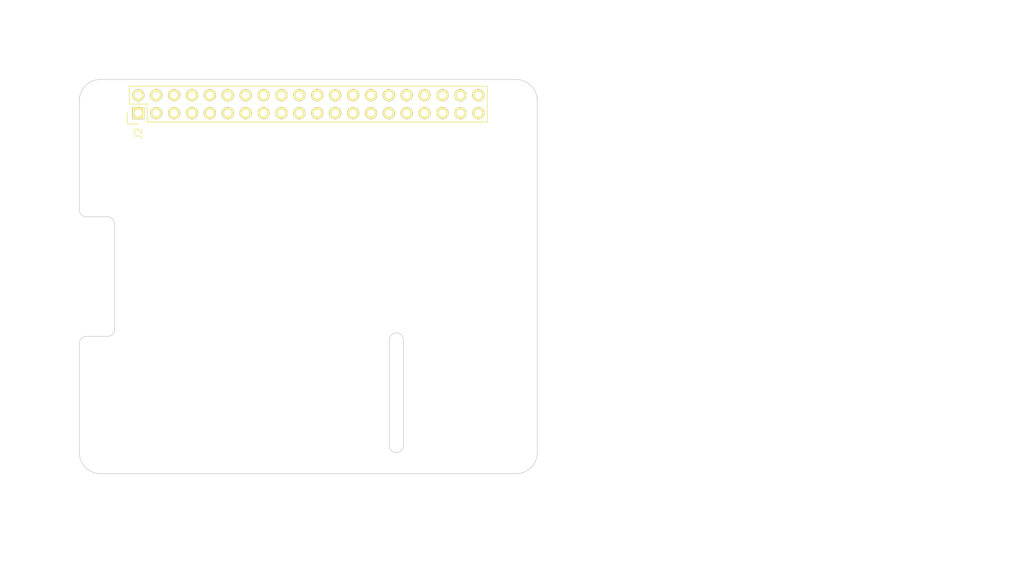
<source format=kicad_pcb>
(kicad_pcb (version 20171130) (host pcbnew "(5.1.4)-1")

  (general
    (thickness 1.6)
    (drawings 37)
    (tracks 0)
    (zones 0)
    (modules 5)
    (nets 41)
  )

  (page A4)
  (layers
    (0 F.Cu signal)
    (31 B.Cu signal)
    (32 B.Adhes user)
    (33 F.Adhes user)
    (34 B.Paste user)
    (35 F.Paste user)
    (36 B.SilkS user)
    (37 F.SilkS user)
    (38 B.Mask user)
    (39 F.Mask user)
    (40 Dwgs.User user)
    (41 Cmts.User user)
    (42 Eco1.User user)
    (43 Eco2.User user)
    (44 Edge.Cuts user)
    (45 Margin user)
    (46 B.CrtYd user)
    (47 F.CrtYd user)
    (48 B.Fab user)
    (49 F.Fab user)
  )

  (setup
    (last_trace_width 0.25)
    (user_trace_width 0.01)
    (user_trace_width 0.02)
    (user_trace_width 0.05)
    (user_trace_width 0.1)
    (user_trace_width 0.2)
    (trace_clearance 0.2)
    (zone_clearance 0.508)
    (zone_45_only no)
    (trace_min 0.01)
    (via_size 0.6)
    (via_drill 0.4)
    (via_min_size 0.4)
    (via_min_drill 0.3)
    (uvia_size 0.3)
    (uvia_drill 0.1)
    (uvias_allowed no)
    (uvia_min_size 0.2)
    (uvia_min_drill 0.1)
    (edge_width 0.1)
    (segment_width 0.2)
    (pcb_text_width 0.3)
    (pcb_text_size 1.5 1.5)
    (mod_edge_width 0.15)
    (mod_text_size 1 1)
    (mod_text_width 0.15)
    (pad_size 2.75 2.75)
    (pad_drill 2.75)
    (pad_to_mask_clearance 0)
    (aux_axis_origin 0 0)
    (visible_elements 7FFEFFFF)
    (pcbplotparams
      (layerselection 0x00030_80000001)
      (usegerberextensions false)
      (usegerberattributes false)
      (usegerberadvancedattributes false)
      (creategerberjobfile false)
      (excludeedgelayer true)
      (linewidth 0.100000)
      (plotframeref false)
      (viasonmask false)
      (mode 1)
      (useauxorigin false)
      (hpglpennumber 1)
      (hpglpenspeed 20)
      (hpglpendiameter 15.000000)
      (psnegative false)
      (psa4output false)
      (plotreference true)
      (plotvalue true)
      (plotinvisibletext false)
      (padsonsilk false)
      (subtractmaskfromsilk false)
      (outputformat 1)
      (mirror false)
      (drillshape 0)
      (scaleselection 1)
      (outputdirectory "meta/"))
  )

  (net 0 "")
  (net 1 "Net-(J2-Pad1)")
  (net 2 "Net-(J2-Pad2)")
  (net 3 "Net-(J2-Pad3)")
  (net 4 "Net-(J2-Pad4)")
  (net 5 "Net-(J2-Pad5)")
  (net 6 "Net-(J2-Pad6)")
  (net 7 "Net-(J2-Pad7)")
  (net 8 "Net-(J2-Pad8)")
  (net 9 "Net-(J2-Pad9)")
  (net 10 "Net-(J2-Pad10)")
  (net 11 "Net-(J2-Pad11)")
  (net 12 "Net-(J2-Pad12)")
  (net 13 "Net-(J2-Pad13)")
  (net 14 "Net-(J2-Pad14)")
  (net 15 "Net-(J2-Pad15)")
  (net 16 "Net-(J2-Pad16)")
  (net 17 "Net-(J2-Pad17)")
  (net 18 "Net-(J2-Pad18)")
  (net 19 "Net-(J2-Pad19)")
  (net 20 "Net-(J2-Pad20)")
  (net 21 "Net-(J2-Pad21)")
  (net 22 "Net-(J2-Pad22)")
  (net 23 "Net-(J2-Pad23)")
  (net 24 "Net-(J2-Pad24)")
  (net 25 "Net-(J2-Pad25)")
  (net 26 "Net-(J2-Pad26)")
  (net 27 "Net-(J2-Pad27)")
  (net 28 "Net-(J2-Pad28)")
  (net 29 "Net-(J2-Pad29)")
  (net 30 "Net-(J2-Pad30)")
  (net 31 "Net-(J2-Pad31)")
  (net 32 "Net-(J2-Pad32)")
  (net 33 "Net-(J2-Pad33)")
  (net 34 "Net-(J2-Pad34)")
  (net 35 "Net-(J2-Pad35)")
  (net 36 "Net-(J2-Pad36)")
  (net 37 "Net-(J2-Pad37)")
  (net 38 "Net-(J2-Pad38)")
  (net 39 "Net-(J2-Pad39)")
  (net 40 "Net-(J2-Pad40)")

  (net_class Default "This is the default net class."
    (clearance 0.2)
    (trace_width 0.25)
    (via_dia 0.6)
    (via_drill 0.4)
    (uvia_dia 0.3)
    (uvia_drill 0.1)
    (add_net "Net-(J2-Pad1)")
    (add_net "Net-(J2-Pad10)")
    (add_net "Net-(J2-Pad11)")
    (add_net "Net-(J2-Pad12)")
    (add_net "Net-(J2-Pad13)")
    (add_net "Net-(J2-Pad14)")
    (add_net "Net-(J2-Pad15)")
    (add_net "Net-(J2-Pad16)")
    (add_net "Net-(J2-Pad17)")
    (add_net "Net-(J2-Pad18)")
    (add_net "Net-(J2-Pad19)")
    (add_net "Net-(J2-Pad2)")
    (add_net "Net-(J2-Pad20)")
    (add_net "Net-(J2-Pad21)")
    (add_net "Net-(J2-Pad22)")
    (add_net "Net-(J2-Pad23)")
    (add_net "Net-(J2-Pad24)")
    (add_net "Net-(J2-Pad25)")
    (add_net "Net-(J2-Pad26)")
    (add_net "Net-(J2-Pad27)")
    (add_net "Net-(J2-Pad28)")
    (add_net "Net-(J2-Pad29)")
    (add_net "Net-(J2-Pad3)")
    (add_net "Net-(J2-Pad30)")
    (add_net "Net-(J2-Pad31)")
    (add_net "Net-(J2-Pad32)")
    (add_net "Net-(J2-Pad33)")
    (add_net "Net-(J2-Pad34)")
    (add_net "Net-(J2-Pad35)")
    (add_net "Net-(J2-Pad36)")
    (add_net "Net-(J2-Pad37)")
    (add_net "Net-(J2-Pad38)")
    (add_net "Net-(J2-Pad39)")
    (add_net "Net-(J2-Pad4)")
    (add_net "Net-(J2-Pad40)")
    (add_net "Net-(J2-Pad5)")
    (add_net "Net-(J2-Pad6)")
    (add_net "Net-(J2-Pad7)")
    (add_net "Net-(J2-Pad8)")
    (add_net "Net-(J2-Pad9)")
  )

  (module RPi_Hat:Pin_Header_Straight_2x20 locked (layer F.Cu) (tedit 551989BF) (tstamp 5516AEA0)
    (at 32.5 4 90)
    (descr "Through hole pin header")
    (tags "pin header")
    (path /5515D395/5516AE26)
    (fp_text reference J2 (at -4.191 -24.13 270) (layer F.SilkS)
      (effects (font (size 1 1) (thickness 0.15)))
    )
    (fp_text value RPi_GPIO (at -1.27 -27.23 90) (layer F.Fab)
      (effects (font (size 1 1) (thickness 0.15)))
    )
    (fp_line (start -3.02 -25.88) (end -3.02 25.92) (layer F.CrtYd) (width 0.05))
    (fp_line (start 3.03 -25.88) (end 3.03 25.92) (layer F.CrtYd) (width 0.05))
    (fp_line (start -3.02 -25.88) (end 3.03 -25.88) (layer F.CrtYd) (width 0.05))
    (fp_line (start -3.02 25.92) (end 3.03 25.92) (layer F.CrtYd) (width 0.05))
    (fp_line (start 2.54 25.4) (end 2.54 -25.4) (layer F.SilkS) (width 0.15))
    (fp_line (start -2.54 -22.86) (end -2.54 25.4) (layer F.SilkS) (width 0.15))
    (fp_line (start 2.54 25.4) (end -2.54 25.4) (layer F.SilkS) (width 0.15))
    (fp_line (start 2.54 -25.4) (end 0 -25.4) (layer F.SilkS) (width 0.15))
    (fp_line (start -1.27 -25.68) (end -2.82 -25.68) (layer F.SilkS) (width 0.15))
    (fp_line (start 0 -25.4) (end 0 -22.86) (layer F.SilkS) (width 0.15))
    (fp_line (start 0 -22.86) (end -2.54 -22.86) (layer F.SilkS) (width 0.15))
    (fp_line (start -2.82 -25.68) (end -2.82 -24.13) (layer F.SilkS) (width 0.15))
    (pad 1 thru_hole rect (at -1.27 -24.13 90) (size 1.7272 1.7272) (drill 1.016) (layers *.Cu *.Mask F.SilkS)
      (net 1 "Net-(J2-Pad1)"))
    (pad 2 thru_hole oval (at 1.27 -24.13 90) (size 1.7272 1.7272) (drill 1.016) (layers *.Cu *.Mask F.SilkS)
      (net 2 "Net-(J2-Pad2)"))
    (pad 3 thru_hole oval (at -1.27 -21.59 90) (size 1.7272 1.7272) (drill 1.016) (layers *.Cu *.Mask F.SilkS)
      (net 3 "Net-(J2-Pad3)"))
    (pad 4 thru_hole oval (at 1.27 -21.59 90) (size 1.7272 1.7272) (drill 1.016) (layers *.Cu *.Mask F.SilkS)
      (net 4 "Net-(J2-Pad4)"))
    (pad 5 thru_hole oval (at -1.27 -19.05 90) (size 1.7272 1.7272) (drill 1.016) (layers *.Cu *.Mask F.SilkS)
      (net 5 "Net-(J2-Pad5)"))
    (pad 6 thru_hole oval (at 1.27 -19.05 90) (size 1.7272 1.7272) (drill 1.016) (layers *.Cu *.Mask F.SilkS)
      (net 6 "Net-(J2-Pad6)"))
    (pad 7 thru_hole oval (at -1.27 -16.51 90) (size 1.7272 1.7272) (drill 1.016) (layers *.Cu *.Mask F.SilkS)
      (net 7 "Net-(J2-Pad7)"))
    (pad 8 thru_hole oval (at 1.27 -16.51 90) (size 1.7272 1.7272) (drill 1.016) (layers *.Cu *.Mask F.SilkS)
      (net 8 "Net-(J2-Pad8)"))
    (pad 9 thru_hole oval (at -1.27 -13.97 90) (size 1.7272 1.7272) (drill 1.016) (layers *.Cu *.Mask F.SilkS)
      (net 9 "Net-(J2-Pad9)"))
    (pad 10 thru_hole oval (at 1.27 -13.97 90) (size 1.7272 1.7272) (drill 1.016) (layers *.Cu *.Mask F.SilkS)
      (net 10 "Net-(J2-Pad10)"))
    (pad 11 thru_hole oval (at -1.27 -11.43 90) (size 1.7272 1.7272) (drill 1.016) (layers *.Cu *.Mask F.SilkS)
      (net 11 "Net-(J2-Pad11)"))
    (pad 12 thru_hole oval (at 1.27 -11.43 90) (size 1.7272 1.7272) (drill 1.016) (layers *.Cu *.Mask F.SilkS)
      (net 12 "Net-(J2-Pad12)"))
    (pad 13 thru_hole oval (at -1.27 -8.89 90) (size 1.7272 1.7272) (drill 1.016) (layers *.Cu *.Mask F.SilkS)
      (net 13 "Net-(J2-Pad13)"))
    (pad 14 thru_hole oval (at 1.27 -8.89 90) (size 1.7272 1.7272) (drill 1.016) (layers *.Cu *.Mask F.SilkS)
      (net 14 "Net-(J2-Pad14)"))
    (pad 15 thru_hole oval (at -1.27 -6.35 90) (size 1.7272 1.7272) (drill 1.016) (layers *.Cu *.Mask F.SilkS)
      (net 15 "Net-(J2-Pad15)"))
    (pad 16 thru_hole oval (at 1.27 -6.35 90) (size 1.7272 1.7272) (drill 1.016) (layers *.Cu *.Mask F.SilkS)
      (net 16 "Net-(J2-Pad16)"))
    (pad 17 thru_hole oval (at -1.27 -3.81 90) (size 1.7272 1.7272) (drill 1.016) (layers *.Cu *.Mask F.SilkS)
      (net 17 "Net-(J2-Pad17)"))
    (pad 18 thru_hole oval (at 1.27 -3.81 90) (size 1.7272 1.7272) (drill 1.016) (layers *.Cu *.Mask F.SilkS)
      (net 18 "Net-(J2-Pad18)"))
    (pad 19 thru_hole oval (at -1.27 -1.27 90) (size 1.7272 1.7272) (drill 1.016) (layers *.Cu *.Mask F.SilkS)
      (net 19 "Net-(J2-Pad19)"))
    (pad 20 thru_hole oval (at 1.27 -1.27 90) (size 1.7272 1.7272) (drill 1.016) (layers *.Cu *.Mask F.SilkS)
      (net 20 "Net-(J2-Pad20)"))
    (pad 21 thru_hole oval (at -1.27 1.27 90) (size 1.7272 1.7272) (drill 1.016) (layers *.Cu *.Mask F.SilkS)
      (net 21 "Net-(J2-Pad21)"))
    (pad 22 thru_hole oval (at 1.27 1.27 90) (size 1.7272 1.7272) (drill 1.016) (layers *.Cu *.Mask F.SilkS)
      (net 22 "Net-(J2-Pad22)"))
    (pad 23 thru_hole oval (at -1.27 3.81 90) (size 1.7272 1.7272) (drill 1.016) (layers *.Cu *.Mask F.SilkS)
      (net 23 "Net-(J2-Pad23)"))
    (pad 24 thru_hole oval (at 1.27 3.81 90) (size 1.7272 1.7272) (drill 1.016) (layers *.Cu *.Mask F.SilkS)
      (net 24 "Net-(J2-Pad24)"))
    (pad 25 thru_hole oval (at -1.27 6.35 90) (size 1.7272 1.7272) (drill 1.016) (layers *.Cu *.Mask F.SilkS)
      (net 25 "Net-(J2-Pad25)"))
    (pad 26 thru_hole oval (at 1.27 6.35 90) (size 1.7272 1.7272) (drill 1.016) (layers *.Cu *.Mask F.SilkS)
      (net 26 "Net-(J2-Pad26)"))
    (pad 27 thru_hole oval (at -1.27 8.89 90) (size 1.7272 1.7272) (drill 1.016) (layers *.Cu *.Mask F.SilkS)
      (net 27 "Net-(J2-Pad27)"))
    (pad 28 thru_hole oval (at 1.27 8.89 90) (size 1.7272 1.7272) (drill 1.016) (layers *.Cu *.Mask F.SilkS)
      (net 28 "Net-(J2-Pad28)"))
    (pad 29 thru_hole oval (at -1.27 11.43 90) (size 1.7272 1.7272) (drill 1.016) (layers *.Cu *.Mask F.SilkS)
      (net 29 "Net-(J2-Pad29)"))
    (pad 30 thru_hole oval (at 1.27 11.43 90) (size 1.7272 1.7272) (drill 1.016) (layers *.Cu *.Mask F.SilkS)
      (net 30 "Net-(J2-Pad30)"))
    (pad 31 thru_hole oval (at -1.27 13.97 90) (size 1.7272 1.7272) (drill 1.016) (layers *.Cu *.Mask F.SilkS)
      (net 31 "Net-(J2-Pad31)"))
    (pad 32 thru_hole oval (at 1.27 13.97 90) (size 1.7272 1.7272) (drill 1.016) (layers *.Cu *.Mask F.SilkS)
      (net 32 "Net-(J2-Pad32)"))
    (pad 33 thru_hole oval (at -1.27 16.51 90) (size 1.7272 1.7272) (drill 1.016) (layers *.Cu *.Mask F.SilkS)
      (net 33 "Net-(J2-Pad33)"))
    (pad 34 thru_hole oval (at 1.27 16.51 90) (size 1.7272 1.7272) (drill 1.016) (layers *.Cu *.Mask F.SilkS)
      (net 34 "Net-(J2-Pad34)"))
    (pad 35 thru_hole oval (at -1.27 19.05 90) (size 1.7272 1.7272) (drill 1.016) (layers *.Cu *.Mask F.SilkS)
      (net 35 "Net-(J2-Pad35)"))
    (pad 36 thru_hole oval (at 1.27 19.05 90) (size 1.7272 1.7272) (drill 1.016) (layers *.Cu *.Mask F.SilkS)
      (net 36 "Net-(J2-Pad36)"))
    (pad 37 thru_hole oval (at -1.27 21.59 90) (size 1.7272 1.7272) (drill 1.016) (layers *.Cu *.Mask F.SilkS)
      (net 37 "Net-(J2-Pad37)"))
    (pad 38 thru_hole oval (at 1.27 21.59 90) (size 1.7272 1.7272) (drill 1.016) (layers *.Cu *.Mask F.SilkS)
      (net 38 "Net-(J2-Pad38)"))
    (pad 39 thru_hole oval (at -1.27 24.13 90) (size 1.7272 1.7272) (drill 1.016) (layers *.Cu *.Mask F.SilkS)
      (net 39 "Net-(J2-Pad39)"))
    (pad 40 thru_hole oval (at 1.27 24.13 90) (size 1.7272 1.7272) (drill 1.016) (layers *.Cu *.Mask F.SilkS)
      (net 40 "Net-(J2-Pad40)"))
    (model Pin_Headers.3dshapes/Pin_Header_Straight_2x20.wrl
      (at (xyz 0 0 0))
      (scale (xyz 1 1 1))
      (rotate (xyz 0 0 90))
    )
  )

  (module RPi_Hat:RPi_Hat_Mounting_Hole locked (layer F.Cu) (tedit 55217C7B) (tstamp 5515DEA9)
    (at 61.5 4)
    (descr "Mounting hole, Befestigungsbohrung, 2,7mm, No Annular, Kein Restring,")
    (tags "Mounting hole, Befestigungsbohrung, 2,7mm, No Annular, Kein Restring,")
    (fp_text reference "" (at 0 -4.0005) (layer F.SilkS) hide
      (effects (font (size 1 1) (thickness 0.15)))
    )
    (fp_text value "" (at 0.09906 3.59918) (layer F.Fab) hide
      (effects (font (size 1 1) (thickness 0.15)))
    )
    (fp_circle (center 0 0) (end 1.375 0) (layer F.Fab) (width 0.15))
    (fp_circle (center 0 0) (end 3.1 0) (layer F.Fab) (width 0.15))
    (fp_circle (center 0 0) (end 3.1 0) (layer B.Fab) (width 0.15))
    (fp_circle (center 0 0) (end 1.375 0) (layer B.Fab) (width 0.15))
    (fp_circle (center 0 0) (end 3.1 0) (layer F.CrtYd) (width 0.15))
    (fp_circle (center 0 0) (end 3.1 0) (layer B.CrtYd) (width 0.15))
    (pad "" np_thru_hole circle (at 0 0) (size 2.75 2.75) (drill 2.75) (layers *.Cu *.Mask)
      (solder_mask_margin 1.725) (clearance 1.725))
  )

  (module RPi_Hat:RPi_Hat_Mounting_Hole locked (layer F.Cu) (tedit 55217CCB) (tstamp 55169DC9)
    (at 61.5 53)
    (descr "Mounting hole, Befestigungsbohrung, 2,7mm, No Annular, Kein Restring,")
    (tags "Mounting hole, Befestigungsbohrung, 2,7mm, No Annular, Kein Restring,")
    (fp_text reference "" (at 0 -4.0005) (layer F.SilkS) hide
      (effects (font (size 1 1) (thickness 0.15)))
    )
    (fp_text value "" (at 0.09906 3.59918) (layer F.Fab) hide
      (effects (font (size 1 1) (thickness 0.15)))
    )
    (fp_circle (center 0 0) (end 1.375 0) (layer F.Fab) (width 0.15))
    (fp_circle (center 0 0) (end 3.1 0) (layer F.Fab) (width 0.15))
    (fp_circle (center 0 0) (end 3.1 0) (layer B.Fab) (width 0.15))
    (fp_circle (center 0 0) (end 1.375 0) (layer B.Fab) (width 0.15))
    (fp_circle (center 0 0) (end 3.1 0) (layer F.CrtYd) (width 0.15))
    (fp_circle (center 0 0) (end 3.1 0) (layer B.CrtYd) (width 0.15))
    (pad "" np_thru_hole circle (at 0 0) (size 2.75 2.75) (drill 2.75) (layers *.Cu *.Mask)
      (solder_mask_margin 1.725) (clearance 1.725))
  )

  (module RPi_Hat:RPi_Hat_Mounting_Hole locked (layer F.Cu) (tedit 55217CB9) (tstamp 5515DECC)
    (at 3.5 53)
    (descr "Mounting hole, Befestigungsbohrung, 2,7mm, No Annular, Kein Restring,")
    (tags "Mounting hole, Befestigungsbohrung, 2,7mm, No Annular, Kein Restring,")
    (fp_text reference "" (at 0 -4.0005) (layer F.SilkS) hide
      (effects (font (size 1 1) (thickness 0.15)))
    )
    (fp_text value "" (at 0.09906 3.59918) (layer F.Fab) hide
      (effects (font (size 1 1) (thickness 0.15)))
    )
    (fp_circle (center 0 0) (end 1.375 0) (layer F.Fab) (width 0.15))
    (fp_circle (center 0 0) (end 3.1 0) (layer F.Fab) (width 0.15))
    (fp_circle (center 0 0) (end 3.1 0) (layer B.Fab) (width 0.15))
    (fp_circle (center 0 0) (end 1.375 0) (layer B.Fab) (width 0.15))
    (fp_circle (center 0 0) (end 3.1 0) (layer F.CrtYd) (width 0.15))
    (fp_circle (center 0 0) (end 3.1 0) (layer B.CrtYd) (width 0.15))
    (pad "" np_thru_hole circle (at 0 0) (size 2.75 2.75) (drill 2.75) (layers *.Cu *.Mask)
      (solder_mask_margin 1.725) (clearance 1.725))
  )

  (module RPi_Hat:RPi_Hat_Mounting_Hole locked (layer F.Cu) (tedit 55217CA2) (tstamp 5515DEBF)
    (at 3.5 4)
    (descr "Mounting hole, Befestigungsbohrung, 2,7mm, No Annular, Kein Restring,")
    (tags "Mounting hole, Befestigungsbohrung, 2,7mm, No Annular, Kein Restring,")
    (fp_text reference "" (at 0 -4.0005) (layer F.SilkS) hide
      (effects (font (size 1 1) (thickness 0.15)))
    )
    (fp_text value "" (at 0.09906 3.59918) (layer F.Fab) hide
      (effects (font (size 1 1) (thickness 0.15)))
    )
    (fp_circle (center 0 0) (end 1.375 0) (layer F.Fab) (width 0.15))
    (fp_circle (center 0 0) (end 3.1 0) (layer F.Fab) (width 0.15))
    (fp_circle (center 0 0) (end 3.1 0) (layer B.Fab) (width 0.15))
    (fp_circle (center 0 0) (end 1.375 0) (layer B.Fab) (width 0.15))
    (fp_circle (center 0 0) (end 3.1 0) (layer F.CrtYd) (width 0.15))
    (fp_circle (center 0 0) (end 3.1 0) (layer B.CrtYd) (width 0.15))
    (pad "" np_thru_hole circle (at 0 0) (size 2.75 2.75) (drill 2.75) (layers *.Cu *.Mask)
      (solder_mask_margin 1.725) (clearance 1.725))
  )

  (gr_text "Select one of these board edges depending \nupon the type of socket that is used." (at 82.5 0.5) (layer Cmts.User)
    (effects (font (size 1.5 1.5) (thickness 0.15)) (justify left))
  )
  (gr_text "Dimensions taken from\nhttps://github.com/raspberrypi/hats/blob/master/hat-board-mechanical.pdf" (at 36.5 67) (layer Cmts.User)
    (effects (font (size 1.5 1.5) (thickness 0.15) italic))
  )
  (dimension 56 (width 0.15) (layer Dwgs.User)
    (gr_text "56 mm (Thru-hole socket J2)" (at 75.35 28.5 270) (layer Dwgs.User)
      (effects (font (size 1.5 1.5) (thickness 0.15)))
    )
    (feature1 (pts (xy 66 56.5) (xy 76.7 56.5)))
    (feature2 (pts (xy 66 0.5) (xy 76.7 0.5)))
    (crossbar (pts (xy 74 0.5) (xy 74 56.5)))
    (arrow1a (pts (xy 74 56.5) (xy 73.413579 55.373496)))
    (arrow1b (pts (xy 74 56.5) (xy 74.586421 55.373496)))
    (arrow2a (pts (xy 74 0.5) (xy 73.413579 1.626504)))
    (arrow2b (pts (xy 74 0.5) (xy 74.586421 1.626504)))
  )
  (gr_arc (start 62 3.5) (end 62 0.5) (angle 90) (layer Edge.Cuts) (width 0.1) (tstamp 5516A74C))
  (gr_line (start 3 0.5) (end 62 0.5) (angle 90) (layer Edge.Cuts) (width 0.1) (tstamp 5516A726))
  (gr_arc (start 3 3.5) (end 0 3.5) (angle 90) (layer Edge.Cuts) (width 0.1) (tstamp 5516A6F0))
  (dimension 11.5 (width 0.15) (layer Dwgs.User)
    (gr_text "11.5 mm" (at 39.150001 50.75 270) (layer Dwgs.User)
      (effects (font (size 1.5 1.5) (thickness 0.15)))
    )
    (feature1 (pts (xy 43 56.5) (xy 37.800001 56.5)))
    (feature2 (pts (xy 43 45) (xy 37.800001 45)))
    (crossbar (pts (xy 40.500001 45) (xy 40.500001 56.5)))
    (arrow1a (pts (xy 40.500001 56.5) (xy 39.91358 55.373496)))
    (arrow1b (pts (xy 40.500001 56.5) (xy 41.086422 55.373496)))
    (arrow2a (pts (xy 40.500001 45) (xy 39.91358 46.126504)))
    (arrow2b (pts (xy 40.500001 45) (xy 41.086422 46.126504)))
  )
  (dimension 2 (width 0.15) (layer Dwgs.User) (tstamp 5516A8F7)
    (gr_text "2 mm" (at 49.75 33) (layer Dwgs.User) (tstamp 5516A8F7)
      (effects (font (size 1.5 1.5) (thickness 0.15)))
    )
    (feature1 (pts (xy 46 35.5) (xy 46 30.300001)))
    (feature2 (pts (xy 44 35.5) (xy 44 30.300001)))
    (crossbar (pts (xy 44 33.000001) (xy 46 33.000001)))
    (arrow1a (pts (xy 46 33.000001) (xy 44.873496 33.586422)))
    (arrow1b (pts (xy 46 33.000001) (xy 44.873496 32.41358)))
    (arrow2a (pts (xy 44 33.000001) (xy 45.126504 33.586422)))
    (arrow2b (pts (xy 44 33.000001) (xy 45.126504 32.41358)))
  )
  (dimension 17 (width 0.15) (layer Dwgs.User)
    (gr_text "17 mm" (at 51.35 45 270) (layer Dwgs.User)
      (effects (font (size 1.5 1.5) (thickness 0.15)))
    )
    (feature1 (pts (xy 47 53.5) (xy 52.7 53.5)))
    (feature2 (pts (xy 47 36.5) (xy 52.7 36.5)))
    (crossbar (pts (xy 50 36.5) (xy 50 53.5)))
    (arrow1a (pts (xy 50 53.5) (xy 49.413579 52.373496)))
    (arrow1b (pts (xy 50 53.5) (xy 50.586421 52.373496)))
    (arrow2a (pts (xy 50 36.5) (xy 49.413579 37.626504)))
    (arrow2b (pts (xy 50 36.5) (xy 50.586421 37.626504)))
  )
  (dimension 3.5 (width 0.15) (layer Dwgs.User)
    (gr_text "3.5 mm" (at 8.5 60) (layer Dwgs.User)
      (effects (font (size 1.5 1.5) (thickness 0.15)))
    )
    (feature1 (pts (xy 3.5 57.5) (xy 3.5 62.7)))
    (feature2 (pts (xy 0 57.5) (xy 0 62.7)))
    (crossbar (pts (xy 0 60) (xy 3.5 60)))
    (arrow1a (pts (xy 3.5 60) (xy 2.373496 60.586421)))
    (arrow1b (pts (xy 3.5 60) (xy 2.373496 59.413579)))
    (arrow2a (pts (xy 0 60) (xy 1.126504 60.586421)))
    (arrow2b (pts (xy 0 60) (xy 1.126504 59.413579)))
  )
  (dimension 3.5 (width 0.15) (layer Dwgs.User) (tstamp 55169E80)
    (gr_text "3.5 mm" (at 10.25 48.25 270) (layer Dwgs.User) (tstamp 55169E80)
      (effects (font (size 1.5 1.5) (thickness 0.15)))
    )
    (feature1 (pts (xy 7 56.5) (xy 12.7 56.5)))
    (feature2 (pts (xy 7 53) (xy 12.7 53)))
    (crossbar (pts (xy 10 53) (xy 10 56.5)))
    (arrow1a (pts (xy 10 56.5) (xy 9.413579 55.373496)))
    (arrow1b (pts (xy 10 56.5) (xy 10.586421 55.373496)))
    (arrow2a (pts (xy 10 53) (xy 9.413579 54.126504)))
    (arrow2b (pts (xy 10 53) (xy 10.586421 54.126504)))
  )
  (dimension 49 (width 0.15) (layer Dwgs.User)
    (gr_text "49 mm" (at 70.349999 28.5 270) (layer Dwgs.User)
      (effects (font (size 1.5 1.5) (thickness 0.15)))
    )
    (feature1 (pts (xy 66 53) (xy 71.699999 53)))
    (feature2 (pts (xy 66 4) (xy 71.699999 4)))
    (crossbar (pts (xy 68.999999 4) (xy 68.999999 53)))
    (arrow1a (pts (xy 68.999999 53) (xy 68.413578 51.873496)))
    (arrow1b (pts (xy 68.999999 53) (xy 69.58642 51.873496)))
    (arrow2a (pts (xy 68.999999 4) (xy 68.413578 5.126504)))
    (arrow2b (pts (xy 68.999999 4) (xy 69.58642 5.126504)))
  )
  (dimension 19.5 (width 0.15) (layer Dwgs.User) (tstamp 55169DA3)
    (gr_text "19.5 mm" (at -5.35 46.75 270) (layer Dwgs.User) (tstamp 55169DA3)
      (effects (font (size 1.5 1.5) (thickness 0.15)))
    )
    (feature1 (pts (xy -1 56.5) (xy -6.7 56.5)))
    (feature2 (pts (xy -1 37) (xy -6.7 37)))
    (crossbar (pts (xy -4 37) (xy -4 56.5)))
    (arrow1a (pts (xy -4 56.5) (xy -4.586421 55.373496)))
    (arrow1b (pts (xy -4 56.5) (xy -3.413579 55.373496)))
    (arrow2a (pts (xy -4 37) (xy -4.586421 38.126504)))
    (arrow2b (pts (xy -4 37) (xy -3.413579 38.126504)))
  )
  (dimension 17 (width 0.15) (layer Dwgs.User)
    (gr_text "17 mm" (at 9.35 28.5 270) (layer Dwgs.User)
      (effects (font (size 1.5 1.5) (thickness 0.15)))
    )
    (feature1 (pts (xy 6 37) (xy 10.7 37)))
    (feature2 (pts (xy 6 20) (xy 10.7 20)))
    (crossbar (pts (xy 8 20) (xy 8 37)))
    (arrow1a (pts (xy 8 37) (xy 7.413579 35.873496)))
    (arrow1b (pts (xy 8 37) (xy 8.586421 35.873496)))
    (arrow2a (pts (xy 8 20) (xy 7.413579 21.126504)))
    (arrow2b (pts (xy 8 20) (xy 8.586421 21.126504)))
  )
  (dimension 5 (width 0.15) (layer Dwgs.User)
    (gr_text "5 mm" (at 8.75 18) (layer Dwgs.User)
      (effects (font (size 1.5 1.5) (thickness 0.15)))
    )
    (feature1 (pts (xy 5 20) (xy 5 15.3)))
    (feature2 (pts (xy 0 20) (xy 0 15.3)))
    (crossbar (pts (xy 0 18) (xy 5 18)))
    (arrow1a (pts (xy 5 18) (xy 3.873496 18.586421)))
    (arrow1b (pts (xy 5 18) (xy 3.873496 17.413579)))
    (arrow2a (pts (xy 0 18) (xy 1.126504 18.586421)))
    (arrow2b (pts (xy 0 18) (xy 1.126504 17.413579)))
  )
  (dimension 29 (width 0.15) (layer Dwgs.User)
    (gr_text "29 mm" (at 18 11.849999) (layer Dwgs.User)
      (effects (font (size 1.5 1.5) (thickness 0.15)))
    )
    (feature1 (pts (xy 32.5 8) (xy 32.5 13.199999)))
    (feature2 (pts (xy 3.5 8) (xy 3.5 13.199999)))
    (crossbar (pts (xy 3.5 10.499999) (xy 32.5 10.499999)))
    (arrow1a (pts (xy 32.5 10.499999) (xy 31.373496 11.08642)))
    (arrow1b (pts (xy 32.5 10.499999) (xy 31.373496 9.913578)))
    (arrow2a (pts (xy 3.5 10.499999) (xy 4.626504 11.08642)))
    (arrow2b (pts (xy 3.5 10.499999) (xy 4.626504 9.913578)))
  )
  (dimension 58 (width 0.15) (layer Dwgs.User)
    (gr_text "58 mm" (at 32.5 -4.85) (layer Dwgs.User)
      (effects (font (size 1.5 1.5) (thickness 0.15)))
    )
    (feature1 (pts (xy 61.5 -1) (xy 61.5 -6.2)))
    (feature2 (pts (xy 3.5 -1) (xy 3.5 -6.2)))
    (crossbar (pts (xy 3.5 -3.5) (xy 61.5 -3.5)))
    (arrow1a (pts (xy 61.5 -3.5) (xy 60.373496 -2.913579)))
    (arrow1b (pts (xy 61.5 -3.5) (xy 60.373496 -4.086421)))
    (arrow2a (pts (xy 3.5 -3.5) (xy 4.626504 -2.913579)))
    (arrow2b (pts (xy 3.5 -3.5) (xy 4.626504 -4.086421)))
  )
  (dimension 65 (width 0.15) (layer Dwgs.User)
    (gr_text "65 mm" (at 32.5 -9.35) (layer Dwgs.User)
      (effects (font (size 1.5 1.5) (thickness 0.15)))
    )
    (feature1 (pts (xy 65 -1) (xy 65 -10.7)))
    (feature2 (pts (xy 0 -1) (xy 0 -10.7)))
    (crossbar (pts (xy 0 -8) (xy 65 -8)))
    (arrow1a (pts (xy 65 -8) (xy 63.873496 -7.413579)))
    (arrow1b (pts (xy 65 -8) (xy 63.873496 -8.586421)))
    (arrow2a (pts (xy 0 -8) (xy 1.126504 -7.413579)))
    (arrow2b (pts (xy 0 -8) (xy 1.126504 -8.586421)))
  )
  (dimension 56.5 (width 0.15) (layer Dwgs.User)
    (gr_text "56.5 mm (SMT socket J1)" (at 79.35 28.25 270) (layer Dwgs.User)
      (effects (font (size 1.5 1.5) (thickness 0.15)))
    )
    (feature1 (pts (xy 66 56.5) (xy 80.7 56.5)))
    (feature2 (pts (xy 66 0) (xy 80.7 0)))
    (crossbar (pts (xy 78 0) (xy 78 56.5)))
    (arrow1a (pts (xy 78 56.5) (xy 77.413579 55.373496)))
    (arrow1b (pts (xy 78 56.5) (xy 78.586421 55.373496)))
    (arrow2a (pts (xy 78 0) (xy 77.413579 1.126504)))
    (arrow2b (pts (xy 78 0) (xy 78.586421 1.126504)))
  )
  (gr_text "Camera Flex Slot\n(Optional)" (at 44.75 60.25) (layer Cmts.User) (tstamp 55169D99)
    (effects (font (size 1.5 1.5) (thickness 0.15)))
  )
  (gr_arc (start 45 52.5) (end 44 52.5) (angle -180) (layer Edge.Cuts) (width 0.1) (tstamp 5515DF03))
  (gr_arc (start 45 37.5) (end 44 37.5) (angle 180) (layer Edge.Cuts) (width 0.1))
  (gr_line (start 46 37.5) (end 46 52.5) (angle 90) (layer Edge.Cuts) (width 0.1) (tstamp 5515DEFA))
  (gr_line (start 44 37.5) (end 44 52.5) (angle 90) (layer Edge.Cuts) (width 0.1))
  (gr_arc (start 1 38) (end 0 38) (angle 90) (layer Edge.Cuts) (width 0.1) (tstamp 5515814F))
  (gr_arc (start 4 36) (end 5 36) (angle 90) (layer Edge.Cuts) (width 0.1) (tstamp 5515812E))
  (gr_arc (start 4 21) (end 4 20) (angle 90) (layer Edge.Cuts) (width 0.1) (tstamp 5515810E))
  (gr_arc (start 1 19) (end 1 20) (angle 90) (layer Edge.Cuts) (width 0.1) (tstamp 55158090))
  (gr_arc (start 62 53.5) (end 65 53.5) (angle 90) (layer Edge.Cuts) (width 0.1) (tstamp 55157FFB))
  (gr_arc (start 3 53.5) (end 3 56.5) (angle 90) (layer Edge.Cuts) (width 0.1) (tstamp 55157FCE))
  (gr_line (start 0 38) (end 0 53.5) (layer Edge.Cuts) (width 0.1))
  (gr_line (start 0 3) (end 0 19) (layer Edge.Cuts) (width 0.1))
  (gr_line (start 1 37) (end 4 37) (layer Edge.Cuts) (width 0.1))
  (gr_line (start 1 20) (end 4 20) (layer Edge.Cuts) (width 0.1))
  (gr_line (start 5 21) (end 5 36) (layer Edge.Cuts) (width 0.1))
  (gr_line (start 3 56.5) (end 62 56.5) (angle 90) (layer Edge.Cuts) (width 0.1))
  (gr_line (start 65 3) (end 65 53.5) (angle 90) (layer Edge.Cuts) (width 0.1))

)

</source>
